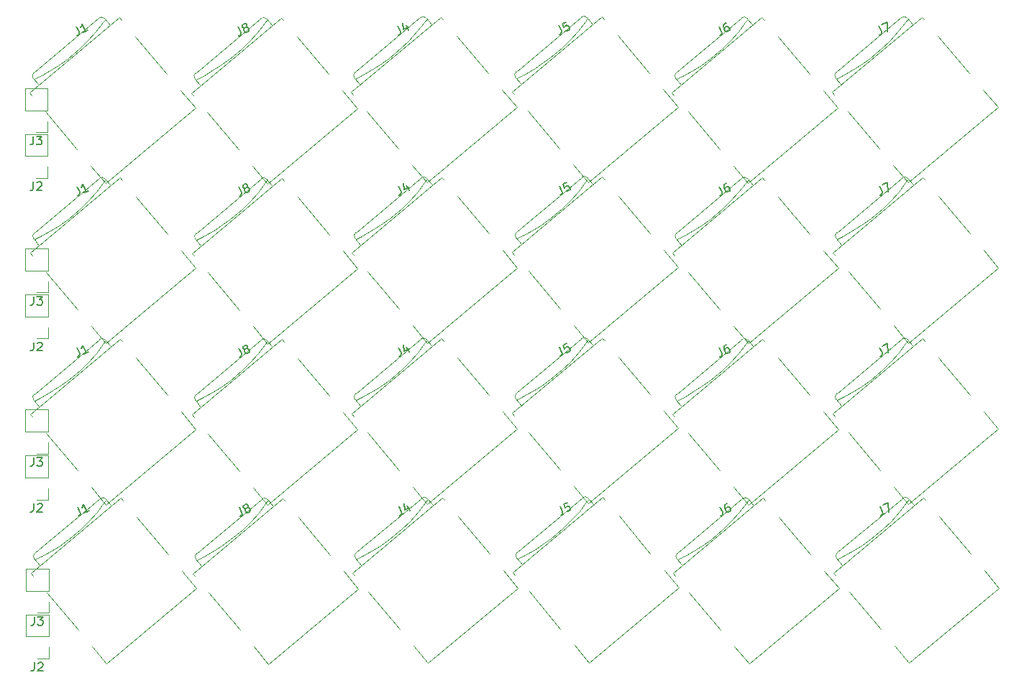
<source format=gbr>
%TF.GenerationSoftware,KiCad,Pcbnew,(6.0.1)*%
%TF.CreationDate,2023-02-20T14:11:09+01:00*%
%TF.ProjectId,omniscope,6f6d6e69-7363-46f7-9065-2e6b69636164,rev?*%
%TF.SameCoordinates,Original*%
%TF.FileFunction,Legend,Top*%
%TF.FilePolarity,Positive*%
%FSLAX46Y46*%
G04 Gerber Fmt 4.6, Leading zero omitted, Abs format (unit mm)*
G04 Created by KiCad (PCBNEW (6.0.1)) date 2023-02-20 14:11:09*
%MOMM*%
%LPD*%
G01*
G04 APERTURE LIST*
%ADD10C,0.150000*%
%ADD11C,0.120000*%
G04 APERTURE END LIST*
D10*
%TO.C,J8*%
X41706692Y-14314855D02*
X42008562Y-14962218D01*
X42025779Y-15111815D01*
X41979713Y-15238379D01*
X41870365Y-15341911D01*
X41784050Y-15382160D01*
X42448862Y-14441652D02*
X42342422Y-14438743D01*
X42279140Y-14415711D01*
X42195733Y-14349520D01*
X42175608Y-14306363D01*
X42178517Y-14199923D01*
X42201549Y-14136641D01*
X42267740Y-14053234D01*
X42440370Y-13972735D01*
X42546810Y-13975643D01*
X42610092Y-13998676D01*
X42693499Y-14064867D01*
X42713623Y-14108024D01*
X42710715Y-14214464D01*
X42687682Y-14277746D01*
X42621492Y-14361153D01*
X42448862Y-14441652D01*
X42382672Y-14525059D01*
X42359639Y-14588341D01*
X42356731Y-14694780D01*
X42437229Y-14867410D01*
X42520636Y-14933601D01*
X42583918Y-14956634D01*
X42690358Y-14959542D01*
X42862988Y-14879043D01*
X42929178Y-14795636D01*
X42952211Y-14732354D01*
X42955119Y-14625914D01*
X42874621Y-14453284D01*
X42791214Y-14387094D01*
X42727932Y-14364061D01*
X42621492Y-14361153D01*
%TO.C,J2*%
X17573963Y-32614280D02*
X17573963Y-33328566D01*
X17526344Y-33471423D01*
X17431106Y-33566661D01*
X17288249Y-33614280D01*
X17193011Y-33614280D01*
X18002535Y-32709519D02*
X18050154Y-32661900D01*
X18145392Y-32614280D01*
X18383487Y-32614280D01*
X18478725Y-32661900D01*
X18526344Y-32709519D01*
X18573963Y-32804757D01*
X18573963Y-32899995D01*
X18526344Y-33042852D01*
X17954916Y-33614280D01*
X18573963Y-33614280D01*
%TO.C,J6*%
X98297892Y-14264055D02*
X98599762Y-14911418D01*
X98616979Y-15061015D01*
X98570913Y-15187579D01*
X98461565Y-15291111D01*
X98375250Y-15331360D01*
X99117885Y-13881686D02*
X98945255Y-13962185D01*
X98879064Y-14045592D01*
X98856032Y-14108874D01*
X98830091Y-14278596D01*
X98867432Y-14471350D01*
X99028429Y-14816610D01*
X99111836Y-14882801D01*
X99175118Y-14905834D01*
X99281558Y-14908742D01*
X99454188Y-14828243D01*
X99520378Y-14744836D01*
X99543411Y-14681554D01*
X99546319Y-14575114D01*
X99445696Y-14359327D01*
X99362289Y-14293136D01*
X99299007Y-14270104D01*
X99192567Y-14267195D01*
X99019937Y-14347694D01*
X98953747Y-14431101D01*
X98930714Y-14494383D01*
X98927806Y-14600823D01*
%TO.C,J3*%
X17573963Y-27216480D02*
X17573963Y-27930766D01*
X17526344Y-28073623D01*
X17431106Y-28168861D01*
X17288249Y-28216480D01*
X17193011Y-28216480D01*
X17954916Y-27216480D02*
X18573963Y-27216480D01*
X18240630Y-27597433D01*
X18383487Y-27597433D01*
X18478725Y-27645052D01*
X18526344Y-27692671D01*
X18573963Y-27787909D01*
X18573963Y-28026004D01*
X18526344Y-28121242D01*
X18478725Y-28168861D01*
X18383487Y-28216480D01*
X18097773Y-28216480D01*
X18002535Y-28168861D01*
X17954916Y-28121242D01*
%TO.C,J4*%
X60502692Y-14213255D02*
X60804562Y-14860618D01*
X60821779Y-15010215D01*
X60775713Y-15136779D01*
X60666365Y-15240311D01*
X60580050Y-15280560D01*
X61463558Y-14132989D02*
X61745303Y-14737194D01*
X61086773Y-13888352D02*
X61172855Y-14636338D01*
X61733903Y-14374717D01*
%TO.C,J5*%
X79451092Y-14162455D02*
X79752962Y-14809818D01*
X79770179Y-14959415D01*
X79724113Y-15085979D01*
X79614765Y-15189511D01*
X79528450Y-15229760D01*
X80314242Y-13759961D02*
X79882667Y-13961208D01*
X80040757Y-14412908D01*
X80063789Y-14349626D01*
X80129980Y-14266219D01*
X80345767Y-14165595D01*
X80452207Y-14168504D01*
X80515489Y-14191536D01*
X80598896Y-14257727D01*
X80699519Y-14473514D01*
X80696611Y-14579954D01*
X80673578Y-14643236D01*
X80607388Y-14726643D01*
X80391601Y-14827266D01*
X80285161Y-14824358D01*
X80221879Y-14801325D01*
%TO.C,J7*%
X117144692Y-14213255D02*
X117446562Y-14860618D01*
X117463779Y-15010215D01*
X117417713Y-15136779D01*
X117308365Y-15240311D01*
X117222050Y-15280560D01*
X117489952Y-14052257D02*
X118094157Y-13770512D01*
X118128358Y-14857942D01*
%TO.C,J1*%
X22656692Y-14264055D02*
X22958562Y-14911418D01*
X22975779Y-15061015D01*
X22929713Y-15187579D01*
X22820365Y-15291111D01*
X22734050Y-15331360D01*
X23985618Y-14747744D02*
X23467728Y-14989241D01*
X23726673Y-14868492D02*
X23304055Y-13962185D01*
X23278114Y-14131907D01*
X23232048Y-14258471D01*
X23165858Y-14341878D01*
%TO.C,J8*%
X41757492Y-33212455D02*
X42059362Y-33859818D01*
X42076579Y-34009415D01*
X42030513Y-34135979D01*
X41921165Y-34239511D01*
X41834850Y-34279760D01*
X42499662Y-33339252D02*
X42393222Y-33336343D01*
X42329940Y-33313311D01*
X42246533Y-33247120D01*
X42226408Y-33203963D01*
X42229317Y-33097523D01*
X42252349Y-33034241D01*
X42318540Y-32950834D01*
X42491170Y-32870335D01*
X42597610Y-32873243D01*
X42660892Y-32896276D01*
X42744299Y-32962467D01*
X42764423Y-33005624D01*
X42761515Y-33112064D01*
X42738482Y-33175346D01*
X42672292Y-33258753D01*
X42499662Y-33339252D01*
X42433472Y-33422659D01*
X42410439Y-33485941D01*
X42407531Y-33592380D01*
X42488029Y-33765010D01*
X42571436Y-33831201D01*
X42634718Y-33854234D01*
X42741158Y-33857142D01*
X42913788Y-33776643D01*
X42979978Y-33693236D01*
X43003011Y-33629954D01*
X43005919Y-33523514D01*
X42925421Y-33350884D01*
X42842014Y-33284694D01*
X42778732Y-33261661D01*
X42672292Y-33258753D01*
%TO.C,J2*%
X17624763Y-51511880D02*
X17624763Y-52226166D01*
X17577144Y-52369023D01*
X17481906Y-52464261D01*
X17339049Y-52511880D01*
X17243811Y-52511880D01*
X18053335Y-51607119D02*
X18100954Y-51559500D01*
X18196192Y-51511880D01*
X18434287Y-51511880D01*
X18529525Y-51559500D01*
X18577144Y-51607119D01*
X18624763Y-51702357D01*
X18624763Y-51797595D01*
X18577144Y-51940452D01*
X18005716Y-52511880D01*
X18624763Y-52511880D01*
%TO.C,J6*%
X98348692Y-33161655D02*
X98650562Y-33809018D01*
X98667779Y-33958615D01*
X98621713Y-34085179D01*
X98512365Y-34188711D01*
X98426050Y-34228960D01*
X99168685Y-32779286D02*
X98996055Y-32859785D01*
X98929864Y-32943192D01*
X98906832Y-33006474D01*
X98880891Y-33176196D01*
X98918232Y-33368950D01*
X99079229Y-33714210D01*
X99162636Y-33780401D01*
X99225918Y-33803434D01*
X99332358Y-33806342D01*
X99504988Y-33725843D01*
X99571178Y-33642436D01*
X99594211Y-33579154D01*
X99597119Y-33472714D01*
X99496496Y-33256927D01*
X99413089Y-33190736D01*
X99349807Y-33167704D01*
X99243367Y-33164795D01*
X99070737Y-33245294D01*
X99004547Y-33328701D01*
X98981514Y-33391983D01*
X98978606Y-33498423D01*
%TO.C,J3*%
X17624763Y-46114080D02*
X17624763Y-46828366D01*
X17577144Y-46971223D01*
X17481906Y-47066461D01*
X17339049Y-47114080D01*
X17243811Y-47114080D01*
X18005716Y-46114080D02*
X18624763Y-46114080D01*
X18291430Y-46495033D01*
X18434287Y-46495033D01*
X18529525Y-46542652D01*
X18577144Y-46590271D01*
X18624763Y-46685509D01*
X18624763Y-46923604D01*
X18577144Y-47018842D01*
X18529525Y-47066461D01*
X18434287Y-47114080D01*
X18148573Y-47114080D01*
X18053335Y-47066461D01*
X18005716Y-47018842D01*
%TO.C,J4*%
X60553492Y-33110855D02*
X60855362Y-33758218D01*
X60872579Y-33907815D01*
X60826513Y-34034379D01*
X60717165Y-34137911D01*
X60630850Y-34178160D01*
X61514358Y-33030589D02*
X61796103Y-33634794D01*
X61137573Y-32785952D02*
X61223655Y-33533938D01*
X61784703Y-33272317D01*
%TO.C,J5*%
X79501892Y-33060055D02*
X79803762Y-33707418D01*
X79820979Y-33857015D01*
X79774913Y-33983579D01*
X79665565Y-34087111D01*
X79579250Y-34127360D01*
X80365042Y-32657561D02*
X79933467Y-32858808D01*
X80091557Y-33310508D01*
X80114589Y-33247226D01*
X80180780Y-33163819D01*
X80396567Y-33063195D01*
X80503007Y-33066104D01*
X80566289Y-33089136D01*
X80649696Y-33155327D01*
X80750319Y-33371114D01*
X80747411Y-33477554D01*
X80724378Y-33540836D01*
X80658188Y-33624243D01*
X80442401Y-33724866D01*
X80335961Y-33721958D01*
X80272679Y-33698925D01*
%TO.C,J7*%
X117195492Y-33110855D02*
X117497362Y-33758218D01*
X117514579Y-33907815D01*
X117468513Y-34034379D01*
X117359165Y-34137911D01*
X117272850Y-34178160D01*
X117540752Y-32949857D02*
X118144957Y-32668112D01*
X118179158Y-33755542D01*
%TO.C,J1*%
X22707492Y-33161655D02*
X23009362Y-33809018D01*
X23026579Y-33958615D01*
X22980513Y-34085179D01*
X22871165Y-34188711D01*
X22784850Y-34228960D01*
X24036418Y-33645344D02*
X23518528Y-33886841D01*
X23777473Y-33766092D02*
X23354855Y-32859785D01*
X23328914Y-33029507D01*
X23282848Y-33156071D01*
X23216658Y-33239478D01*
%TO.C,J8*%
X41757492Y-52211655D02*
X42059362Y-52859018D01*
X42076579Y-53008615D01*
X42030513Y-53135179D01*
X41921165Y-53238711D01*
X41834850Y-53278960D01*
X42499662Y-52338452D02*
X42393222Y-52335543D01*
X42329940Y-52312511D01*
X42246533Y-52246320D01*
X42226408Y-52203163D01*
X42229317Y-52096723D01*
X42252349Y-52033441D01*
X42318540Y-51950034D01*
X42491170Y-51869535D01*
X42597610Y-51872443D01*
X42660892Y-51895476D01*
X42744299Y-51961667D01*
X42764423Y-52004824D01*
X42761515Y-52111264D01*
X42738482Y-52174546D01*
X42672292Y-52257953D01*
X42499662Y-52338452D01*
X42433472Y-52421859D01*
X42410439Y-52485141D01*
X42407531Y-52591580D01*
X42488029Y-52764210D01*
X42571436Y-52830401D01*
X42634718Y-52853434D01*
X42741158Y-52856342D01*
X42913788Y-52775843D01*
X42979978Y-52692436D01*
X43003011Y-52629154D01*
X43005919Y-52522714D01*
X42925421Y-52350084D01*
X42842014Y-52283894D01*
X42778732Y-52260861D01*
X42672292Y-52257953D01*
%TO.C,J2*%
X17624763Y-70511080D02*
X17624763Y-71225366D01*
X17577144Y-71368223D01*
X17481906Y-71463461D01*
X17339049Y-71511080D01*
X17243811Y-71511080D01*
X18053335Y-70606319D02*
X18100954Y-70558700D01*
X18196192Y-70511080D01*
X18434287Y-70511080D01*
X18529525Y-70558700D01*
X18577144Y-70606319D01*
X18624763Y-70701557D01*
X18624763Y-70796795D01*
X18577144Y-70939652D01*
X18005716Y-71511080D01*
X18624763Y-71511080D01*
%TO.C,J6*%
X98348692Y-52160855D02*
X98650562Y-52808218D01*
X98667779Y-52957815D01*
X98621713Y-53084379D01*
X98512365Y-53187911D01*
X98426050Y-53228160D01*
X99168685Y-51778486D02*
X98996055Y-51858985D01*
X98929864Y-51942392D01*
X98906832Y-52005674D01*
X98880891Y-52175396D01*
X98918232Y-52368150D01*
X99079229Y-52713410D01*
X99162636Y-52779601D01*
X99225918Y-52802634D01*
X99332358Y-52805542D01*
X99504988Y-52725043D01*
X99571178Y-52641636D01*
X99594211Y-52578354D01*
X99597119Y-52471914D01*
X99496496Y-52256127D01*
X99413089Y-52189936D01*
X99349807Y-52166904D01*
X99243367Y-52163995D01*
X99070737Y-52244494D01*
X99004547Y-52327901D01*
X98981514Y-52391183D01*
X98978606Y-52497623D01*
%TO.C,J3*%
X17624763Y-65113280D02*
X17624763Y-65827566D01*
X17577144Y-65970423D01*
X17481906Y-66065661D01*
X17339049Y-66113280D01*
X17243811Y-66113280D01*
X18005716Y-65113280D02*
X18624763Y-65113280D01*
X18291430Y-65494233D01*
X18434287Y-65494233D01*
X18529525Y-65541852D01*
X18577144Y-65589471D01*
X18624763Y-65684709D01*
X18624763Y-65922804D01*
X18577144Y-66018042D01*
X18529525Y-66065661D01*
X18434287Y-66113280D01*
X18148573Y-66113280D01*
X18053335Y-66065661D01*
X18005716Y-66018042D01*
%TO.C,J4*%
X60553492Y-52110055D02*
X60855362Y-52757418D01*
X60872579Y-52907015D01*
X60826513Y-53033579D01*
X60717165Y-53137111D01*
X60630850Y-53177360D01*
X61514358Y-52029789D02*
X61796103Y-52633994D01*
X61137573Y-51785152D02*
X61223655Y-52533138D01*
X61784703Y-52271517D01*
%TO.C,J5*%
X79501892Y-52059255D02*
X79803762Y-52706618D01*
X79820979Y-52856215D01*
X79774913Y-52982779D01*
X79665565Y-53086311D01*
X79579250Y-53126560D01*
X80365042Y-51656761D02*
X79933467Y-51858008D01*
X80091557Y-52309708D01*
X80114589Y-52246426D01*
X80180780Y-52163019D01*
X80396567Y-52062395D01*
X80503007Y-52065304D01*
X80566289Y-52088336D01*
X80649696Y-52154527D01*
X80750319Y-52370314D01*
X80747411Y-52476754D01*
X80724378Y-52540036D01*
X80658188Y-52623443D01*
X80442401Y-52724066D01*
X80335961Y-52721158D01*
X80272679Y-52698125D01*
%TO.C,J7*%
X117195492Y-52110055D02*
X117497362Y-52757418D01*
X117514579Y-52907015D01*
X117468513Y-53033579D01*
X117359165Y-53137111D01*
X117272850Y-53177360D01*
X117540752Y-51949057D02*
X118144957Y-51667312D01*
X118179158Y-52754742D01*
%TO.C,J1*%
X22707492Y-52160855D02*
X23009362Y-52808218D01*
X23026579Y-52957815D01*
X22980513Y-53084379D01*
X22871165Y-53187911D01*
X22784850Y-53228160D01*
X24036418Y-52644544D02*
X23518528Y-52886041D01*
X23777473Y-52765292D02*
X23354855Y-51858985D01*
X23328914Y-52028707D01*
X23282848Y-52155271D01*
X23216658Y-52238678D01*
%TO.C,J6*%
X98424595Y-70914755D02*
X98726465Y-71562118D01*
X98743682Y-71711715D01*
X98697616Y-71838279D01*
X98588268Y-71941811D01*
X98501953Y-71982060D01*
X99244588Y-70532386D02*
X99071958Y-70612885D01*
X99005767Y-70696292D01*
X98982735Y-70759574D01*
X98956794Y-70929296D01*
X98994135Y-71122050D01*
X99155132Y-71467310D01*
X99238539Y-71533501D01*
X99301821Y-71556534D01*
X99408261Y-71559442D01*
X99580891Y-71478943D01*
X99647081Y-71395536D01*
X99670114Y-71332254D01*
X99673022Y-71225814D01*
X99572399Y-71010027D01*
X99488992Y-70943836D01*
X99425710Y-70920804D01*
X99319270Y-70917895D01*
X99146640Y-70998394D01*
X99080450Y-71081801D01*
X99057417Y-71145083D01*
X99054509Y-71251523D01*
%TO.C,J8*%
X41833395Y-70965555D02*
X42135265Y-71612918D01*
X42152482Y-71762515D01*
X42106416Y-71889079D01*
X41997068Y-71992611D01*
X41910753Y-72032860D01*
X42575565Y-71092352D02*
X42469125Y-71089443D01*
X42405843Y-71066411D01*
X42322436Y-71000220D01*
X42302311Y-70957063D01*
X42305220Y-70850623D01*
X42328252Y-70787341D01*
X42394443Y-70703934D01*
X42567073Y-70623435D01*
X42673513Y-70626343D01*
X42736795Y-70649376D01*
X42820202Y-70715567D01*
X42840326Y-70758724D01*
X42837418Y-70865164D01*
X42814385Y-70928446D01*
X42748195Y-71011853D01*
X42575565Y-71092352D01*
X42509375Y-71175759D01*
X42486342Y-71239041D01*
X42483434Y-71345480D01*
X42563932Y-71518110D01*
X42647339Y-71584301D01*
X42710621Y-71607334D01*
X42817061Y-71610242D01*
X42989691Y-71529743D01*
X43055881Y-71446336D01*
X43078914Y-71383054D01*
X43081822Y-71276614D01*
X43001324Y-71103984D01*
X42917917Y-71037794D01*
X42854635Y-71014761D01*
X42748195Y-71011853D01*
%TO.C,J7*%
X117271395Y-70863955D02*
X117573265Y-71511318D01*
X117590482Y-71660915D01*
X117544416Y-71787479D01*
X117435068Y-71891011D01*
X117348753Y-71931260D01*
X117616655Y-70702957D02*
X118220860Y-70421212D01*
X118255061Y-71508642D01*
%TO.C,J4*%
X60629395Y-70863955D02*
X60931265Y-71511318D01*
X60948482Y-71660915D01*
X60902416Y-71787479D01*
X60793068Y-71891011D01*
X60706753Y-71931260D01*
X61590261Y-70783689D02*
X61872006Y-71387894D01*
X61213476Y-70539052D02*
X61299558Y-71287038D01*
X61860606Y-71025417D01*
%TO.C,J3*%
X17700666Y-83867180D02*
X17700666Y-84581466D01*
X17653047Y-84724323D01*
X17557809Y-84819561D01*
X17414952Y-84867180D01*
X17319714Y-84867180D01*
X18081619Y-83867180D02*
X18700666Y-83867180D01*
X18367333Y-84248133D01*
X18510190Y-84248133D01*
X18605428Y-84295752D01*
X18653047Y-84343371D01*
X18700666Y-84438609D01*
X18700666Y-84676704D01*
X18653047Y-84771942D01*
X18605428Y-84819561D01*
X18510190Y-84867180D01*
X18224476Y-84867180D01*
X18129238Y-84819561D01*
X18081619Y-84771942D01*
%TO.C,J5*%
X79577795Y-70813155D02*
X79879665Y-71460518D01*
X79896882Y-71610115D01*
X79850816Y-71736679D01*
X79741468Y-71840211D01*
X79655153Y-71880460D01*
X80440945Y-70410661D02*
X80009370Y-70611908D01*
X80167460Y-71063608D01*
X80190492Y-71000326D01*
X80256683Y-70916919D01*
X80472470Y-70816295D01*
X80578910Y-70819204D01*
X80642192Y-70842236D01*
X80725599Y-70908427D01*
X80826222Y-71124214D01*
X80823314Y-71230654D01*
X80800281Y-71293936D01*
X80734091Y-71377343D01*
X80518304Y-71477966D01*
X80411864Y-71475058D01*
X80348582Y-71452025D01*
%TO.C,J2*%
X17700666Y-89264980D02*
X17700666Y-89979266D01*
X17653047Y-90122123D01*
X17557809Y-90217361D01*
X17414952Y-90264980D01*
X17319714Y-90264980D01*
X18129238Y-89360219D02*
X18176857Y-89312600D01*
X18272095Y-89264980D01*
X18510190Y-89264980D01*
X18605428Y-89312600D01*
X18653047Y-89360219D01*
X18700666Y-89455457D01*
X18700666Y-89550695D01*
X18653047Y-89693552D01*
X18081619Y-90264980D01*
X18700666Y-90264980D01*
%TO.C,J1*%
X22783395Y-70914755D02*
X23085265Y-71562118D01*
X23102482Y-71711715D01*
X23056416Y-71838279D01*
X22947068Y-71941811D01*
X22860753Y-71982060D01*
X24112321Y-71398444D02*
X23594431Y-71639941D01*
X23853376Y-71519192D02*
X23430758Y-70612885D01*
X23404817Y-70782607D01*
X23358751Y-70909171D01*
X23292561Y-70992578D01*
D11*
%TO.C,J8*%
X46758740Y-13255246D02*
X47015855Y-13561664D01*
X44781365Y-13870133D02*
X45100109Y-13472135D01*
X43978343Y-14935571D02*
X44781365Y-13870133D01*
X48635679Y-15492095D02*
X52350993Y-19919831D01*
X45678617Y-14161575D02*
X45035830Y-13395531D01*
X40647377Y-18122207D02*
X42026256Y-16965188D01*
X36673619Y-20542797D02*
X37415013Y-20181779D01*
X43384082Y-30733588D02*
X45119610Y-32801909D01*
X38910124Y-19318852D02*
X39587238Y-18881227D01*
X36670969Y-19761779D02*
X44331414Y-13333901D01*
X36172007Y-22138569D02*
X36429120Y-22444988D01*
X42026256Y-16965188D02*
X42957835Y-16052961D01*
X53970819Y-21850263D02*
X55706343Y-23918584D01*
X42957835Y-16052961D02*
X43978343Y-14935571D01*
X37252128Y-21232238D02*
X36609341Y-20466195D01*
X55706343Y-23918584D02*
X45119610Y-32801909D01*
X39587238Y-18881227D02*
X40647377Y-18122207D01*
X38048946Y-24375420D02*
X41764259Y-28803157D01*
X36172007Y-22138569D02*
X46758740Y-13255246D01*
X37415013Y-20181779D02*
X38910124Y-19318852D01*
X36670969Y-19761780D02*
G75*
G03*
X36609341Y-20466195I321392J-383021D01*
G01*
X45035830Y-13395531D02*
G75*
G03*
X44331414Y-13333901I-383023J-321394D01*
G01*
%TO.C,J2*%
X19237297Y-32161900D02*
X17907297Y-32161900D01*
X16577297Y-29561900D02*
X16577297Y-26961900D01*
X19237297Y-26961900D02*
X16577297Y-26961900D01*
X19237297Y-29561900D02*
X16577297Y-29561900D01*
X19237297Y-30831900D02*
X19237297Y-32161900D01*
X19237297Y-29561900D02*
X19237297Y-26961900D01*
%TO.C,J6*%
X99975282Y-30682788D02*
X101710810Y-32751109D01*
X110562019Y-21799463D02*
X112297543Y-23867784D01*
X101372565Y-13819333D02*
X101691309Y-13421335D01*
X92763207Y-22087769D02*
X103349940Y-13204446D01*
X105226879Y-15441295D02*
X108942193Y-19869031D01*
X102269817Y-14110775D02*
X101627030Y-13344731D01*
X99549035Y-16002161D02*
X100569543Y-14884771D01*
X103349940Y-13204446D02*
X103607055Y-13510864D01*
X92763207Y-22087769D02*
X93020320Y-22394188D01*
X96178438Y-18830427D02*
X97238577Y-18071407D01*
X94640146Y-24324620D02*
X98355459Y-28752357D01*
X93264819Y-20491997D02*
X94006213Y-20130979D01*
X98617456Y-16914388D02*
X99549035Y-16002161D01*
X112297543Y-23867784D02*
X101710810Y-32751109D01*
X100569543Y-14884771D02*
X101372565Y-13819333D01*
X93843328Y-21181438D02*
X93200541Y-20415395D01*
X95501324Y-19268052D02*
X96178438Y-18830427D01*
X94006213Y-20130979D02*
X95501324Y-19268052D01*
X93262169Y-19710979D02*
X100922614Y-13283101D01*
X97238577Y-18071407D02*
X98617456Y-16914388D01*
X101627030Y-13344731D02*
G75*
G03*
X100922614Y-13283101I-383023J-321394D01*
G01*
X93262169Y-19710980D02*
G75*
G03*
X93200541Y-20415395I321392J-383021D01*
G01*
%TO.C,J3*%
X19237297Y-21564100D02*
X16577297Y-21564100D01*
X19237297Y-24164100D02*
X16577297Y-24164100D01*
X19237297Y-25434100D02*
X19237297Y-26764100D01*
X19237297Y-24164100D02*
X19237297Y-21564100D01*
X19237297Y-26764100D02*
X17907297Y-26764100D01*
X16577297Y-24164100D02*
X16577297Y-21564100D01*
%TO.C,J4*%
X63577365Y-13768533D02*
X63896109Y-13370535D01*
X74502343Y-23816984D02*
X63915610Y-32700309D01*
X60822256Y-16863588D02*
X61753835Y-15951361D01*
X67431679Y-15390495D02*
X71146993Y-19818231D01*
X72766819Y-21748663D02*
X74502343Y-23816984D01*
X57706124Y-19217252D02*
X58383238Y-18779627D01*
X54968007Y-22036969D02*
X55225120Y-22343388D01*
X61753835Y-15951361D02*
X62774343Y-14833971D01*
X54968007Y-22036969D02*
X65554740Y-13153646D01*
X64474617Y-14059975D02*
X63831830Y-13293931D01*
X65554740Y-13153646D02*
X65811855Y-13460064D01*
X62774343Y-14833971D02*
X63577365Y-13768533D01*
X56844946Y-24273820D02*
X60560259Y-28701557D01*
X55469619Y-20441197D02*
X56211013Y-20080179D01*
X55466969Y-19660179D02*
X63127414Y-13232301D01*
X56211013Y-20080179D02*
X57706124Y-19217252D01*
X56048128Y-21130638D02*
X55405341Y-20364595D01*
X62180082Y-30631988D02*
X63915610Y-32700309D01*
X59443377Y-18020607D02*
X60822256Y-16863588D01*
X58383238Y-18779627D02*
X59443377Y-18020607D01*
X63831830Y-13293931D02*
G75*
G03*
X63127414Y-13232301I-383023J-321394D01*
G01*
X55466969Y-19660180D02*
G75*
G03*
X55405341Y-20364595I321392J-383021D01*
G01*
%TO.C,J5*%
X76654524Y-19166452D02*
X77331638Y-18728827D01*
X81722743Y-14783171D02*
X82525765Y-13717733D01*
X74415369Y-19609379D02*
X82075814Y-13181501D01*
X74418019Y-20390397D02*
X75159413Y-20029379D01*
X79770656Y-16812788D02*
X80702235Y-15900561D01*
X84503140Y-13102846D02*
X84760255Y-13409264D01*
X77331638Y-18728827D02*
X78391777Y-17969807D01*
X78391777Y-17969807D02*
X79770656Y-16812788D01*
X80702235Y-15900561D02*
X81722743Y-14783171D01*
X75159413Y-20029379D02*
X76654524Y-19166452D01*
X81128482Y-30581188D02*
X82864010Y-32649509D01*
X93450743Y-23766184D02*
X82864010Y-32649509D01*
X82525765Y-13717733D02*
X82844509Y-13319735D01*
X91715219Y-21697863D02*
X93450743Y-23766184D01*
X74996528Y-21079838D02*
X74353741Y-20313795D01*
X73916407Y-21986169D02*
X84503140Y-13102846D01*
X83423017Y-14009175D02*
X82780230Y-13243131D01*
X86380079Y-15339695D02*
X90095393Y-19767431D01*
X73916407Y-21986169D02*
X74173520Y-22292588D01*
X75793346Y-24223020D02*
X79508659Y-28650757D01*
X74415369Y-19609380D02*
G75*
G03*
X74353741Y-20313795I321392J-383021D01*
G01*
X82780230Y-13243131D02*
G75*
G03*
X82075814Y-13181501I-383023J-321394D01*
G01*
%TO.C,J7*%
X129408819Y-21748663D02*
X131144343Y-23816984D01*
X111610007Y-22036969D02*
X111867120Y-22343388D01*
X117464256Y-16863588D02*
X118395835Y-15951361D01*
X131144343Y-23816984D02*
X120557610Y-32700309D01*
X112690128Y-21130638D02*
X112047341Y-20364595D01*
X112853013Y-20080179D02*
X114348124Y-19217252D01*
X118822082Y-30631988D02*
X120557610Y-32700309D01*
X112111619Y-20441197D02*
X112853013Y-20080179D01*
X116085377Y-18020607D02*
X117464256Y-16863588D01*
X121116617Y-14059975D02*
X120473830Y-13293931D01*
X114348124Y-19217252D02*
X115025238Y-18779627D01*
X115025238Y-18779627D02*
X116085377Y-18020607D01*
X124073679Y-15390495D02*
X127788993Y-19818231D01*
X112108969Y-19660179D02*
X119769414Y-13232301D01*
X118395835Y-15951361D02*
X119416343Y-14833971D01*
X122196740Y-13153646D02*
X122453855Y-13460064D01*
X111610007Y-22036969D02*
X122196740Y-13153646D01*
X120219365Y-13768533D02*
X120538109Y-13370535D01*
X113486946Y-24273820D02*
X117202259Y-28701557D01*
X119416343Y-14833971D02*
X120219365Y-13768533D01*
X112108969Y-19660180D02*
G75*
G03*
X112047341Y-20364595I321392J-383021D01*
G01*
X120473830Y-13293931D02*
G75*
G03*
X119769414Y-13232301I-383023J-321394D01*
G01*
%TO.C,J1*%
X17623619Y-20491997D02*
X18365013Y-20130979D01*
X29585679Y-15441295D02*
X33300993Y-19869031D01*
X36656343Y-23867784D02*
X26069610Y-32751109D01*
X18365013Y-20130979D02*
X19860124Y-19268052D01*
X18998946Y-24324620D02*
X22714259Y-28752357D01*
X17122007Y-22087769D02*
X27708740Y-13204446D01*
X22976256Y-16914388D02*
X23907835Y-16002161D01*
X21597377Y-18071407D02*
X22976256Y-16914388D01*
X17122007Y-22087769D02*
X17379120Y-22394188D01*
X34920819Y-21799463D02*
X36656343Y-23867784D01*
X24928343Y-14884771D02*
X25731365Y-13819333D01*
X24334082Y-30682788D02*
X26069610Y-32751109D01*
X27708740Y-13204446D02*
X27965855Y-13510864D01*
X18202128Y-21181438D02*
X17559341Y-20415395D01*
X26628617Y-14110775D02*
X25985830Y-13344731D01*
X25731365Y-13819333D02*
X26050109Y-13421335D01*
X20537238Y-18830427D02*
X21597377Y-18071407D01*
X19860124Y-19268052D02*
X20537238Y-18830427D01*
X17620969Y-19710979D02*
X25281414Y-13283101D01*
X23907835Y-16002161D02*
X24928343Y-14884771D01*
X25985830Y-13344731D02*
G75*
G03*
X25281414Y-13283101I-383023J-321394D01*
G01*
X17620969Y-19710980D02*
G75*
G03*
X17559341Y-20415395I321392J-383021D01*
G01*
%TO.C,J8*%
X46809540Y-32152846D02*
X47066655Y-32459264D01*
X44832165Y-32767733D02*
X45150909Y-32369735D01*
X44029143Y-33833171D02*
X44832165Y-32767733D01*
X48686479Y-34389695D02*
X52401793Y-38817431D01*
X45729417Y-33059175D02*
X45086630Y-32293131D01*
X40698177Y-37019807D02*
X42077056Y-35862788D01*
X36724419Y-39440397D02*
X37465813Y-39079379D01*
X43434882Y-49631188D02*
X45170410Y-51699509D01*
X38960924Y-38216452D02*
X39638038Y-37778827D01*
X36721769Y-38659379D02*
X44382214Y-32231501D01*
X36222807Y-41036169D02*
X36479920Y-41342588D01*
X42077056Y-35862788D02*
X43008635Y-34950561D01*
X54021619Y-40747863D02*
X55757143Y-42816184D01*
X43008635Y-34950561D02*
X44029143Y-33833171D01*
X37302928Y-40129838D02*
X36660141Y-39363795D01*
X55757143Y-42816184D02*
X45170410Y-51699509D01*
X39638038Y-37778827D02*
X40698177Y-37019807D01*
X38099746Y-43273020D02*
X41815059Y-47700757D01*
X36222807Y-41036169D02*
X46809540Y-32152846D01*
X37465813Y-39079379D02*
X38960924Y-38216452D01*
X36721769Y-38659380D02*
G75*
G03*
X36660141Y-39363795I321392J-383021D01*
G01*
X45086630Y-32293131D02*
G75*
G03*
X44382214Y-32231501I-383023J-321394D01*
G01*
%TO.C,J2*%
X19288097Y-51059500D02*
X17958097Y-51059500D01*
X16628097Y-48459500D02*
X16628097Y-45859500D01*
X19288097Y-45859500D02*
X16628097Y-45859500D01*
X19288097Y-48459500D02*
X16628097Y-48459500D01*
X19288097Y-49729500D02*
X19288097Y-51059500D01*
X19288097Y-48459500D02*
X19288097Y-45859500D01*
%TO.C,J6*%
X100026082Y-49580388D02*
X101761610Y-51648709D01*
X110612819Y-40697063D02*
X112348343Y-42765384D01*
X101423365Y-32716933D02*
X101742109Y-32318935D01*
X92814007Y-40985369D02*
X103400740Y-32102046D01*
X105277679Y-34338895D02*
X108992993Y-38766631D01*
X102320617Y-33008375D02*
X101677830Y-32242331D01*
X99599835Y-34899761D02*
X100620343Y-33782371D01*
X103400740Y-32102046D02*
X103657855Y-32408464D01*
X92814007Y-40985369D02*
X93071120Y-41291788D01*
X96229238Y-37728027D02*
X97289377Y-36969007D01*
X94690946Y-43222220D02*
X98406259Y-47649957D01*
X93315619Y-39389597D02*
X94057013Y-39028579D01*
X98668256Y-35811988D02*
X99599835Y-34899761D01*
X112348343Y-42765384D02*
X101761610Y-51648709D01*
X100620343Y-33782371D02*
X101423365Y-32716933D01*
X93894128Y-40079038D02*
X93251341Y-39312995D01*
X95552124Y-38165652D02*
X96229238Y-37728027D01*
X94057013Y-39028579D02*
X95552124Y-38165652D01*
X93312969Y-38608579D02*
X100973414Y-32180701D01*
X97289377Y-36969007D02*
X98668256Y-35811988D01*
X101677830Y-32242331D02*
G75*
G03*
X100973414Y-32180701I-383023J-321394D01*
G01*
X93312969Y-38608580D02*
G75*
G03*
X93251341Y-39312995I321392J-383021D01*
G01*
%TO.C,J3*%
X19288097Y-40461700D02*
X16628097Y-40461700D01*
X19288097Y-43061700D02*
X16628097Y-43061700D01*
X19288097Y-44331700D02*
X19288097Y-45661700D01*
X19288097Y-43061700D02*
X19288097Y-40461700D01*
X19288097Y-45661700D02*
X17958097Y-45661700D01*
X16628097Y-43061700D02*
X16628097Y-40461700D01*
%TO.C,J4*%
X63628165Y-32666133D02*
X63946909Y-32268135D01*
X74553143Y-42714584D02*
X63966410Y-51597909D01*
X60873056Y-35761188D02*
X61804635Y-34848961D01*
X67482479Y-34288095D02*
X71197793Y-38715831D01*
X72817619Y-40646263D02*
X74553143Y-42714584D01*
X57756924Y-38114852D02*
X58434038Y-37677227D01*
X55018807Y-40934569D02*
X55275920Y-41240988D01*
X61804635Y-34848961D02*
X62825143Y-33731571D01*
X55018807Y-40934569D02*
X65605540Y-32051246D01*
X64525417Y-32957575D02*
X63882630Y-32191531D01*
X65605540Y-32051246D02*
X65862655Y-32357664D01*
X62825143Y-33731571D02*
X63628165Y-32666133D01*
X56895746Y-43171420D02*
X60611059Y-47599157D01*
X55520419Y-39338797D02*
X56261813Y-38977779D01*
X55517769Y-38557779D02*
X63178214Y-32129901D01*
X56261813Y-38977779D02*
X57756924Y-38114852D01*
X56098928Y-40028238D02*
X55456141Y-39262195D01*
X62230882Y-49529588D02*
X63966410Y-51597909D01*
X59494177Y-36918207D02*
X60873056Y-35761188D01*
X58434038Y-37677227D02*
X59494177Y-36918207D01*
X63882630Y-32191531D02*
G75*
G03*
X63178214Y-32129901I-383023J-321394D01*
G01*
X55517769Y-38557780D02*
G75*
G03*
X55456141Y-39262195I321392J-383021D01*
G01*
%TO.C,J5*%
X76705324Y-38064052D02*
X77382438Y-37626427D01*
X81773543Y-33680771D02*
X82576565Y-32615333D01*
X74466169Y-38506979D02*
X82126614Y-32079101D01*
X74468819Y-39287997D02*
X75210213Y-38926979D01*
X79821456Y-35710388D02*
X80753035Y-34798161D01*
X84553940Y-32000446D02*
X84811055Y-32306864D01*
X77382438Y-37626427D02*
X78442577Y-36867407D01*
X78442577Y-36867407D02*
X79821456Y-35710388D01*
X80753035Y-34798161D02*
X81773543Y-33680771D01*
X75210213Y-38926979D02*
X76705324Y-38064052D01*
X81179282Y-49478788D02*
X82914810Y-51547109D01*
X93501543Y-42663784D02*
X82914810Y-51547109D01*
X82576565Y-32615333D02*
X82895309Y-32217335D01*
X91766019Y-40595463D02*
X93501543Y-42663784D01*
X75047328Y-39977438D02*
X74404541Y-39211395D01*
X73967207Y-40883769D02*
X84553940Y-32000446D01*
X83473817Y-32906775D02*
X82831030Y-32140731D01*
X86430879Y-34237295D02*
X90146193Y-38665031D01*
X73967207Y-40883769D02*
X74224320Y-41190188D01*
X75844146Y-43120620D02*
X79559459Y-47548357D01*
X74466169Y-38506980D02*
G75*
G03*
X74404541Y-39211395I321392J-383021D01*
G01*
X82831030Y-32140731D02*
G75*
G03*
X82126614Y-32079101I-383023J-321394D01*
G01*
%TO.C,J7*%
X129459619Y-40646263D02*
X131195143Y-42714584D01*
X111660807Y-40934569D02*
X111917920Y-41240988D01*
X117515056Y-35761188D02*
X118446635Y-34848961D01*
X131195143Y-42714584D02*
X120608410Y-51597909D01*
X112740928Y-40028238D02*
X112098141Y-39262195D01*
X112903813Y-38977779D02*
X114398924Y-38114852D01*
X118872882Y-49529588D02*
X120608410Y-51597909D01*
X112162419Y-39338797D02*
X112903813Y-38977779D01*
X116136177Y-36918207D02*
X117515056Y-35761188D01*
X121167417Y-32957575D02*
X120524630Y-32191531D01*
X114398924Y-38114852D02*
X115076038Y-37677227D01*
X115076038Y-37677227D02*
X116136177Y-36918207D01*
X124124479Y-34288095D02*
X127839793Y-38715831D01*
X112159769Y-38557779D02*
X119820214Y-32129901D01*
X118446635Y-34848961D02*
X119467143Y-33731571D01*
X122247540Y-32051246D02*
X122504655Y-32357664D01*
X111660807Y-40934569D02*
X122247540Y-32051246D01*
X120270165Y-32666133D02*
X120588909Y-32268135D01*
X113537746Y-43171420D02*
X117253059Y-47599157D01*
X119467143Y-33731571D02*
X120270165Y-32666133D01*
X112159769Y-38557780D02*
G75*
G03*
X112098141Y-39262195I321392J-383021D01*
G01*
X120524630Y-32191531D02*
G75*
G03*
X119820214Y-32129901I-383023J-321394D01*
G01*
%TO.C,J1*%
X17674419Y-39389597D02*
X18415813Y-39028579D01*
X29636479Y-34338895D02*
X33351793Y-38766631D01*
X36707143Y-42765384D02*
X26120410Y-51648709D01*
X18415813Y-39028579D02*
X19910924Y-38165652D01*
X19049746Y-43222220D02*
X22765059Y-47649957D01*
X17172807Y-40985369D02*
X27759540Y-32102046D01*
X23027056Y-35811988D02*
X23958635Y-34899761D01*
X21648177Y-36969007D02*
X23027056Y-35811988D01*
X17172807Y-40985369D02*
X17429920Y-41291788D01*
X34971619Y-40697063D02*
X36707143Y-42765384D01*
X24979143Y-33782371D02*
X25782165Y-32716933D01*
X24384882Y-49580388D02*
X26120410Y-51648709D01*
X27759540Y-32102046D02*
X28016655Y-32408464D01*
X18252928Y-40079038D02*
X17610141Y-39312995D01*
X26679417Y-33008375D02*
X26036630Y-32242331D01*
X25782165Y-32716933D02*
X26100909Y-32318935D01*
X20588038Y-37728027D02*
X21648177Y-36969007D01*
X19910924Y-38165652D02*
X20588038Y-37728027D01*
X17671769Y-38608579D02*
X25332214Y-32180701D01*
X23958635Y-34899761D02*
X24979143Y-33782371D01*
X26036630Y-32242331D02*
G75*
G03*
X25332214Y-32180701I-383023J-321394D01*
G01*
X17671769Y-38608580D02*
G75*
G03*
X17610141Y-39312995I321392J-383021D01*
G01*
%TO.C,J8*%
X46809540Y-51152046D02*
X47066655Y-51458464D01*
X44832165Y-51766933D02*
X45150909Y-51368935D01*
X44029143Y-52832371D02*
X44832165Y-51766933D01*
X48686479Y-53388895D02*
X52401793Y-57816631D01*
X45729417Y-52058375D02*
X45086630Y-51292331D01*
X40698177Y-56019007D02*
X42077056Y-54861988D01*
X36724419Y-58439597D02*
X37465813Y-58078579D01*
X43434882Y-68630388D02*
X45170410Y-70698709D01*
X38960924Y-57215652D02*
X39638038Y-56778027D01*
X36721769Y-57658579D02*
X44382214Y-51230701D01*
X36222807Y-60035369D02*
X36479920Y-60341788D01*
X42077056Y-54861988D02*
X43008635Y-53949761D01*
X54021619Y-59747063D02*
X55757143Y-61815384D01*
X43008635Y-53949761D02*
X44029143Y-52832371D01*
X37302928Y-59129038D02*
X36660141Y-58362995D01*
X55757143Y-61815384D02*
X45170410Y-70698709D01*
X39638038Y-56778027D02*
X40698177Y-56019007D01*
X38099746Y-62272220D02*
X41815059Y-66699957D01*
X36222807Y-60035369D02*
X46809540Y-51152046D01*
X37465813Y-58078579D02*
X38960924Y-57215652D01*
X36721769Y-57658580D02*
G75*
G03*
X36660141Y-58362995I321392J-383021D01*
G01*
X45086630Y-51292331D02*
G75*
G03*
X44382214Y-51230701I-383023J-321394D01*
G01*
%TO.C,J2*%
X19288097Y-70058700D02*
X17958097Y-70058700D01*
X16628097Y-67458700D02*
X16628097Y-64858700D01*
X19288097Y-64858700D02*
X16628097Y-64858700D01*
X19288097Y-67458700D02*
X16628097Y-67458700D01*
X19288097Y-68728700D02*
X19288097Y-70058700D01*
X19288097Y-67458700D02*
X19288097Y-64858700D01*
%TO.C,J6*%
X100026082Y-68579588D02*
X101761610Y-70647909D01*
X110612819Y-59696263D02*
X112348343Y-61764584D01*
X101423365Y-51716133D02*
X101742109Y-51318135D01*
X92814007Y-59984569D02*
X103400740Y-51101246D01*
X105277679Y-53338095D02*
X108992993Y-57765831D01*
X102320617Y-52007575D02*
X101677830Y-51241531D01*
X99599835Y-53898961D02*
X100620343Y-52781571D01*
X103400740Y-51101246D02*
X103657855Y-51407664D01*
X92814007Y-59984569D02*
X93071120Y-60290988D01*
X96229238Y-56727227D02*
X97289377Y-55968207D01*
X94690946Y-62221420D02*
X98406259Y-66649157D01*
X93315619Y-58388797D02*
X94057013Y-58027779D01*
X98668256Y-54811188D02*
X99599835Y-53898961D01*
X112348343Y-61764584D02*
X101761610Y-70647909D01*
X100620343Y-52781571D02*
X101423365Y-51716133D01*
X93894128Y-59078238D02*
X93251341Y-58312195D01*
X95552124Y-57164852D02*
X96229238Y-56727227D01*
X94057013Y-58027779D02*
X95552124Y-57164852D01*
X93312969Y-57607779D02*
X100973414Y-51179901D01*
X97289377Y-55968207D02*
X98668256Y-54811188D01*
X101677830Y-51241531D02*
G75*
G03*
X100973414Y-51179901I-383023J-321394D01*
G01*
X93312969Y-57607780D02*
G75*
G03*
X93251341Y-58312195I321392J-383021D01*
G01*
%TO.C,J3*%
X19288097Y-59460900D02*
X16628097Y-59460900D01*
X19288097Y-62060900D02*
X16628097Y-62060900D01*
X19288097Y-63330900D02*
X19288097Y-64660900D01*
X19288097Y-62060900D02*
X19288097Y-59460900D01*
X19288097Y-64660900D02*
X17958097Y-64660900D01*
X16628097Y-62060900D02*
X16628097Y-59460900D01*
%TO.C,J4*%
X63628165Y-51665333D02*
X63946909Y-51267335D01*
X74553143Y-61713784D02*
X63966410Y-70597109D01*
X60873056Y-54760388D02*
X61804635Y-53848161D01*
X67482479Y-53287295D02*
X71197793Y-57715031D01*
X72817619Y-59645463D02*
X74553143Y-61713784D01*
X57756924Y-57114052D02*
X58434038Y-56676427D01*
X55018807Y-59933769D02*
X55275920Y-60240188D01*
X61804635Y-53848161D02*
X62825143Y-52730771D01*
X55018807Y-59933769D02*
X65605540Y-51050446D01*
X64525417Y-51956775D02*
X63882630Y-51190731D01*
X65605540Y-51050446D02*
X65862655Y-51356864D01*
X62825143Y-52730771D02*
X63628165Y-51665333D01*
X56895746Y-62170620D02*
X60611059Y-66598357D01*
X55520419Y-58337997D02*
X56261813Y-57976979D01*
X55517769Y-57556979D02*
X63178214Y-51129101D01*
X56261813Y-57976979D02*
X57756924Y-57114052D01*
X56098928Y-59027438D02*
X55456141Y-58261395D01*
X62230882Y-68528788D02*
X63966410Y-70597109D01*
X59494177Y-55917407D02*
X60873056Y-54760388D01*
X58434038Y-56676427D02*
X59494177Y-55917407D01*
X63882630Y-51190731D02*
G75*
G03*
X63178214Y-51129101I-383023J-321394D01*
G01*
X55517769Y-57556980D02*
G75*
G03*
X55456141Y-58261395I321392J-383021D01*
G01*
%TO.C,J5*%
X76705324Y-57063252D02*
X77382438Y-56625627D01*
X81773543Y-52679971D02*
X82576565Y-51614533D01*
X74466169Y-57506179D02*
X82126614Y-51078301D01*
X74468819Y-58287197D02*
X75210213Y-57926179D01*
X79821456Y-54709588D02*
X80753035Y-53797361D01*
X84553940Y-50999646D02*
X84811055Y-51306064D01*
X77382438Y-56625627D02*
X78442577Y-55866607D01*
X78442577Y-55866607D02*
X79821456Y-54709588D01*
X80753035Y-53797361D02*
X81773543Y-52679971D01*
X75210213Y-57926179D02*
X76705324Y-57063252D01*
X81179282Y-68477988D02*
X82914810Y-70546309D01*
X93501543Y-61662984D02*
X82914810Y-70546309D01*
X82576565Y-51614533D02*
X82895309Y-51216535D01*
X91766019Y-59594663D02*
X93501543Y-61662984D01*
X75047328Y-58976638D02*
X74404541Y-58210595D01*
X73967207Y-59882969D02*
X84553940Y-50999646D01*
X83473817Y-51905975D02*
X82831030Y-51139931D01*
X86430879Y-53236495D02*
X90146193Y-57664231D01*
X73967207Y-59882969D02*
X74224320Y-60189388D01*
X75844146Y-62119820D02*
X79559459Y-66547557D01*
X74466169Y-57506180D02*
G75*
G03*
X74404541Y-58210595I321392J-383021D01*
G01*
X82831030Y-51139931D02*
G75*
G03*
X82126614Y-51078301I-383023J-321394D01*
G01*
%TO.C,J7*%
X129459619Y-59645463D02*
X131195143Y-61713784D01*
X111660807Y-59933769D02*
X111917920Y-60240188D01*
X117515056Y-54760388D02*
X118446635Y-53848161D01*
X131195143Y-61713784D02*
X120608410Y-70597109D01*
X112740928Y-59027438D02*
X112098141Y-58261395D01*
X112903813Y-57976979D02*
X114398924Y-57114052D01*
X118872882Y-68528788D02*
X120608410Y-70597109D01*
X112162419Y-58337997D02*
X112903813Y-57976979D01*
X116136177Y-55917407D02*
X117515056Y-54760388D01*
X121167417Y-51956775D02*
X120524630Y-51190731D01*
X114398924Y-57114052D02*
X115076038Y-56676427D01*
X115076038Y-56676427D02*
X116136177Y-55917407D01*
X124124479Y-53287295D02*
X127839793Y-57715031D01*
X112159769Y-57556979D02*
X119820214Y-51129101D01*
X118446635Y-53848161D02*
X119467143Y-52730771D01*
X122247540Y-51050446D02*
X122504655Y-51356864D01*
X111660807Y-59933769D02*
X122247540Y-51050446D01*
X120270165Y-51665333D02*
X120588909Y-51267335D01*
X113537746Y-62170620D02*
X117253059Y-66598357D01*
X119467143Y-52730771D02*
X120270165Y-51665333D01*
X112159769Y-57556980D02*
G75*
G03*
X112098141Y-58261395I321392J-383021D01*
G01*
X120524630Y-51190731D02*
G75*
G03*
X119820214Y-51129101I-383023J-321394D01*
G01*
%TO.C,J1*%
X17674419Y-58388797D02*
X18415813Y-58027779D01*
X29636479Y-53338095D02*
X33351793Y-57765831D01*
X36707143Y-61764584D02*
X26120410Y-70647909D01*
X18415813Y-58027779D02*
X19910924Y-57164852D01*
X19049746Y-62221420D02*
X22765059Y-66649157D01*
X17172807Y-59984569D02*
X27759540Y-51101246D01*
X23027056Y-54811188D02*
X23958635Y-53898961D01*
X21648177Y-55968207D02*
X23027056Y-54811188D01*
X17172807Y-59984569D02*
X17429920Y-60290988D01*
X34971619Y-59696263D02*
X36707143Y-61764584D01*
X24979143Y-52781571D02*
X25782165Y-51716133D01*
X24384882Y-68579588D02*
X26120410Y-70647909D01*
X27759540Y-51101246D02*
X28016655Y-51407664D01*
X18252928Y-59078238D02*
X17610141Y-58312195D01*
X26679417Y-52007575D02*
X26036630Y-51241531D01*
X25782165Y-51716133D02*
X26100909Y-51318135D01*
X20588038Y-56727227D02*
X21648177Y-55968207D01*
X19910924Y-57164852D02*
X20588038Y-56727227D01*
X17671769Y-57607779D02*
X25332214Y-51179901D01*
X23958635Y-53898961D02*
X24979143Y-52781571D01*
X26036630Y-51241531D02*
G75*
G03*
X25332214Y-51179901I-383023J-321394D01*
G01*
X17671769Y-57607780D02*
G75*
G03*
X17610141Y-58312195I321392J-383021D01*
G01*
%TO.C,J6*%
X100101985Y-87333488D02*
X101837513Y-89401809D01*
X110688722Y-78450163D02*
X112424246Y-80518484D01*
X101499268Y-70470033D02*
X101818012Y-70072035D01*
X92889910Y-78738469D02*
X103476643Y-69855146D01*
X105353582Y-72091995D02*
X109068896Y-76519731D01*
X102396520Y-70761475D02*
X101753733Y-69995431D01*
X99675738Y-72652861D02*
X100696246Y-71535471D01*
X103476643Y-69855146D02*
X103733758Y-70161564D01*
X92889910Y-78738469D02*
X93147023Y-79044888D01*
X96305141Y-75481127D02*
X97365280Y-74722107D01*
X94766849Y-80975320D02*
X98482162Y-85403057D01*
X93391522Y-77142697D02*
X94132916Y-76781679D01*
X98744159Y-73565088D02*
X99675738Y-72652861D01*
X112424246Y-80518484D02*
X101837513Y-89401809D01*
X100696246Y-71535471D02*
X101499268Y-70470033D01*
X93970031Y-77832138D02*
X93327244Y-77066095D01*
X95628027Y-75918752D02*
X96305141Y-75481127D01*
X94132916Y-76781679D02*
X95628027Y-75918752D01*
X93388872Y-76361679D02*
X101049317Y-69933801D01*
X97365280Y-74722107D02*
X98744159Y-73565088D01*
X101753733Y-69995431D02*
G75*
G03*
X101049317Y-69933801I-383023J-321394D01*
G01*
X93388872Y-76361680D02*
G75*
G03*
X93327244Y-77066095I321392J-383021D01*
G01*
%TO.C,J8*%
X46885443Y-69905946D02*
X47142558Y-70212364D01*
X44908068Y-70520833D02*
X45226812Y-70122835D01*
X44105046Y-71586271D02*
X44908068Y-70520833D01*
X48762382Y-72142795D02*
X52477696Y-76570531D01*
X45805320Y-70812275D02*
X45162533Y-70046231D01*
X40774080Y-74772907D02*
X42152959Y-73615888D01*
X36800322Y-77193497D02*
X37541716Y-76832479D01*
X43510785Y-87384288D02*
X45246313Y-89452609D01*
X39036827Y-75969552D02*
X39713941Y-75531927D01*
X36797672Y-76412479D02*
X44458117Y-69984601D01*
X36298710Y-78789269D02*
X36555823Y-79095688D01*
X42152959Y-73615888D02*
X43084538Y-72703661D01*
X54097522Y-78500963D02*
X55833046Y-80569284D01*
X43084538Y-72703661D02*
X44105046Y-71586271D01*
X37378831Y-77882938D02*
X36736044Y-77116895D01*
X55833046Y-80569284D02*
X45246313Y-89452609D01*
X39713941Y-75531927D02*
X40774080Y-74772907D01*
X38175649Y-81026120D02*
X41890962Y-85453857D01*
X36298710Y-78789269D02*
X46885443Y-69905946D01*
X37541716Y-76832479D02*
X39036827Y-75969552D01*
X36797672Y-76412480D02*
G75*
G03*
X36736044Y-77116895I321392J-383021D01*
G01*
X45162533Y-70046231D02*
G75*
G03*
X44458117Y-69984601I-383023J-321394D01*
G01*
%TO.C,J7*%
X129535522Y-78399363D02*
X131271046Y-80467684D01*
X111736710Y-78687669D02*
X111993823Y-78994088D01*
X117590959Y-73514288D02*
X118522538Y-72602061D01*
X131271046Y-80467684D02*
X120684313Y-89351009D01*
X112816831Y-77781338D02*
X112174044Y-77015295D01*
X112979716Y-76730879D02*
X114474827Y-75867952D01*
X118948785Y-87282688D02*
X120684313Y-89351009D01*
X112238322Y-77091897D02*
X112979716Y-76730879D01*
X116212080Y-74671307D02*
X117590959Y-73514288D01*
X121243320Y-70710675D02*
X120600533Y-69944631D01*
X114474827Y-75867952D02*
X115151941Y-75430327D01*
X115151941Y-75430327D02*
X116212080Y-74671307D01*
X124200382Y-72041195D02*
X127915696Y-76468931D01*
X112235672Y-76310879D02*
X119896117Y-69883001D01*
X118522538Y-72602061D02*
X119543046Y-71484671D01*
X122323443Y-69804346D02*
X122580558Y-70110764D01*
X111736710Y-78687669D02*
X122323443Y-69804346D01*
X120346068Y-70419233D02*
X120664812Y-70021235D01*
X113613649Y-80924520D02*
X117328962Y-85352257D01*
X119543046Y-71484671D02*
X120346068Y-70419233D01*
X112235672Y-76310880D02*
G75*
G03*
X112174044Y-77015295I321392J-383021D01*
G01*
X120600533Y-69944631D02*
G75*
G03*
X119896117Y-69883001I-383023J-321394D01*
G01*
%TO.C,J4*%
X63704068Y-70419233D02*
X64022812Y-70021235D01*
X74629046Y-80467684D02*
X64042313Y-89351009D01*
X60948959Y-73514288D02*
X61880538Y-72602061D01*
X67558382Y-72041195D02*
X71273696Y-76468931D01*
X72893522Y-78399363D02*
X74629046Y-80467684D01*
X57832827Y-75867952D02*
X58509941Y-75430327D01*
X55094710Y-78687669D02*
X55351823Y-78994088D01*
X61880538Y-72602061D02*
X62901046Y-71484671D01*
X55094710Y-78687669D02*
X65681443Y-69804346D01*
X64601320Y-70710675D02*
X63958533Y-69944631D01*
X65681443Y-69804346D02*
X65938558Y-70110764D01*
X62901046Y-71484671D02*
X63704068Y-70419233D01*
X56971649Y-80924520D02*
X60686962Y-85352257D01*
X55596322Y-77091897D02*
X56337716Y-76730879D01*
X55593672Y-76310879D02*
X63254117Y-69883001D01*
X56337716Y-76730879D02*
X57832827Y-75867952D01*
X56174831Y-77781338D02*
X55532044Y-77015295D01*
X62306785Y-87282688D02*
X64042313Y-89351009D01*
X59570080Y-74671307D02*
X60948959Y-73514288D01*
X58509941Y-75430327D02*
X59570080Y-74671307D01*
X63958533Y-69944631D02*
G75*
G03*
X63254117Y-69883001I-383023J-321394D01*
G01*
X55593672Y-76310880D02*
G75*
G03*
X55532044Y-77015295I321392J-383021D01*
G01*
%TO.C,J3*%
X19364000Y-78214800D02*
X16704000Y-78214800D01*
X19364000Y-80814800D02*
X16704000Y-80814800D01*
X19364000Y-82084800D02*
X19364000Y-83414800D01*
X19364000Y-80814800D02*
X19364000Y-78214800D01*
X19364000Y-83414800D02*
X18034000Y-83414800D01*
X16704000Y-80814800D02*
X16704000Y-78214800D01*
%TO.C,J5*%
X76781227Y-75817152D02*
X77458341Y-75379527D01*
X81849446Y-71433871D02*
X82652468Y-70368433D01*
X74542072Y-76260079D02*
X82202517Y-69832201D01*
X74544722Y-77041097D02*
X75286116Y-76680079D01*
X79897359Y-73463488D02*
X80828938Y-72551261D01*
X84629843Y-69753546D02*
X84886958Y-70059964D01*
X77458341Y-75379527D02*
X78518480Y-74620507D01*
X78518480Y-74620507D02*
X79897359Y-73463488D01*
X80828938Y-72551261D02*
X81849446Y-71433871D01*
X75286116Y-76680079D02*
X76781227Y-75817152D01*
X81255185Y-87231888D02*
X82990713Y-89300209D01*
X93577446Y-80416884D02*
X82990713Y-89300209D01*
X82652468Y-70368433D02*
X82971212Y-69970435D01*
X91841922Y-78348563D02*
X93577446Y-80416884D01*
X75123231Y-77730538D02*
X74480444Y-76964495D01*
X74043110Y-78636869D02*
X84629843Y-69753546D01*
X83549720Y-70659875D02*
X82906933Y-69893831D01*
X86506782Y-71990395D02*
X90222096Y-76418131D01*
X74043110Y-78636869D02*
X74300223Y-78943288D01*
X75920049Y-80873720D02*
X79635362Y-85301457D01*
X74542072Y-76260080D02*
G75*
G03*
X74480444Y-76964495I321392J-383021D01*
G01*
X82906933Y-69893831D02*
G75*
G03*
X82202517Y-69832201I-383023J-321394D01*
G01*
%TO.C,J2*%
X19364000Y-88812600D02*
X18034000Y-88812600D01*
X16704000Y-86212600D02*
X16704000Y-83612600D01*
X19364000Y-83612600D02*
X16704000Y-83612600D01*
X19364000Y-86212600D02*
X16704000Y-86212600D01*
X19364000Y-87482600D02*
X19364000Y-88812600D01*
X19364000Y-86212600D02*
X19364000Y-83612600D01*
%TO.C,J1*%
X17750322Y-77142697D02*
X18491716Y-76781679D01*
X29712382Y-72091995D02*
X33427696Y-76519731D01*
X36783046Y-80518484D02*
X26196313Y-89401809D01*
X18491716Y-76781679D02*
X19986827Y-75918752D01*
X19125649Y-80975320D02*
X22840962Y-85403057D01*
X17248710Y-78738469D02*
X27835443Y-69855146D01*
X23102959Y-73565088D02*
X24034538Y-72652861D01*
X21724080Y-74722107D02*
X23102959Y-73565088D01*
X17248710Y-78738469D02*
X17505823Y-79044888D01*
X35047522Y-78450163D02*
X36783046Y-80518484D01*
X25055046Y-71535471D02*
X25858068Y-70470033D01*
X24460785Y-87333488D02*
X26196313Y-89401809D01*
X27835443Y-69855146D02*
X28092558Y-70161564D01*
X18328831Y-77832138D02*
X17686044Y-77066095D01*
X26755320Y-70761475D02*
X26112533Y-69995431D01*
X25858068Y-70470033D02*
X26176812Y-70072035D01*
X20663941Y-75481127D02*
X21724080Y-74722107D01*
X19986827Y-75918752D02*
X20663941Y-75481127D01*
X17747672Y-76361679D02*
X25408117Y-69933801D01*
X24034538Y-72652861D02*
X25055046Y-71535471D01*
X26112533Y-69995431D02*
G75*
G03*
X25408117Y-69933801I-383023J-321394D01*
G01*
X17747672Y-76361680D02*
G75*
G03*
X17686044Y-77066095I321392J-383021D01*
G01*
%TD*%
M02*

</source>
